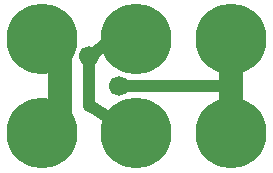
<source format=gtl>
G04 #@! TF.GenerationSoftware,KiCad,Pcbnew,5.1.5-52549c5~84~ubuntu19.04.1*
G04 #@! TF.CreationDate,2020-01-08T00:27:12+01:00*
G04 #@! TF.ProjectId,2x3-Mini-Potentiometer-3386P-TH,3278332d-4d69-46e6-992d-506f74656e74,v1.2*
G04 #@! TF.SameCoordinates,Original*
G04 #@! TF.FileFunction,Copper,L1,Top*
G04 #@! TF.FilePolarity,Positive*
%FSLAX46Y46*%
G04 Gerber Fmt 4.6, Leading zero omitted, Abs format (unit mm)*
G04 Created by KiCad (PCBNEW 5.1.5-52549c5~84~ubuntu19.04.1) date 2020-01-08 00:27:12*
%MOMM*%
%LPD*%
G04 APERTURE LIST*
%ADD10C,2.000000*%
%ADD11C,1.000000*%
%ADD12C,6.000000*%
%ADD13C,1.700000*%
G04 APERTURE END LIST*
D10*
X41833800Y-23905600D02*
X41833800Y-32305600D01*
X27333800Y-32605600D02*
X27333800Y-23605600D01*
D11*
X29833800Y-26005600D02*
X29833800Y-29805600D01*
X30033800Y-29905600D02*
X33833800Y-32205600D01*
X30033800Y-25505600D02*
X33733800Y-22505600D01*
X32333800Y-28105600D02*
X41833800Y-28105600D01*
D12*
X33833800Y-32105600D03*
X25833800Y-24105600D03*
X33833800Y-24105600D03*
X25833800Y-32105600D03*
X41833800Y-32105600D03*
X41833800Y-24105600D03*
D13*
X27293800Y-28105600D03*
X29833800Y-25577880D03*
X32373800Y-28105600D03*
M02*

</source>
